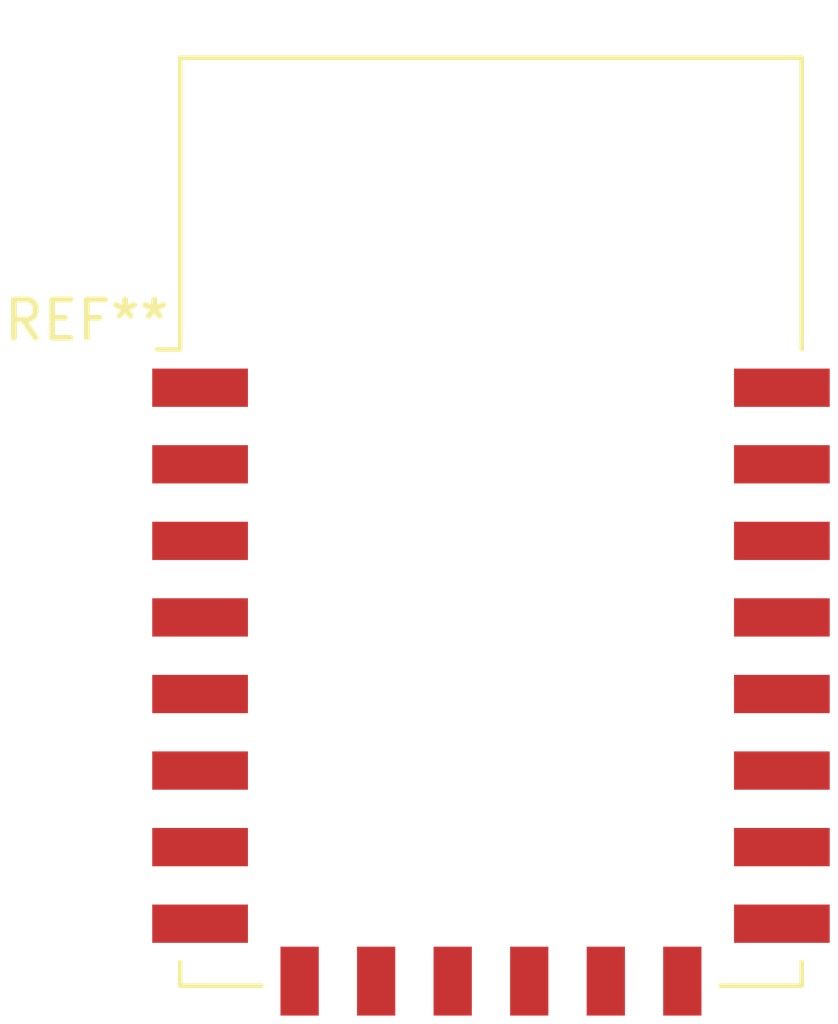
<source format=kicad_pcb>
(kicad_pcb (version 20211014) (generator pcbnew)
  (layers (0 "F.Cu" signal) (31 "B.Cu" signal) (34 "B.Paste" user) (35 "F.Paste" user) (36 "B.SilkS" user "B.Silkscreen") (37 "F.SilkS" user "F.Silkscreen") (38 "B.Mask" user) (39 "F.Mask" user) (44 "Edge.Cuts" user))
  (net 0 "")
  (footprint "RF_Module:ESP-12E" (layer "F.Cu") (at 134.62 63.5)
    (fp_text reference "REF**" (at -10.56 -5.26) (layer "F.SilkS"))
    (fp_text value "ESP-12E")
    (fp_line (start -6 12.12) (end -8.12 12.12) (layer "F.SilkS") (width 0.12))
    (fp_line (start -8.12 -12.12) (end 8.12 -12.12) (layer "F.SilkS") (width 0.12))
    (fp_line (start -8.12 -4.5) (end -8.12 -12.12) (layer "F.SilkS") (width 0.12))
    (fp_line (start 8.12 -12.12) (end 8.12 -4.5) (layer "F.SilkS") (width 0.12))
    (fp_line (start -8.12 12.12) (end -8.12 11.5) (layer "F.SilkS") (width 0.12))
    (fp_line (start 8.12 11.5) (end 8.12 12.12) (layer "F.SilkS") (width 0.12))
    (fp_line (start 8.12 12.12) (end 6 12.12) (layer "F.SilkS") (width 0.12))
    (fp_line (start -8.12 -4.5) (end -8.73 -4.5) (layer "F.SilkS") (width 0.12))
    (pad "1" smd rect (at -7.6 -3.5) (size 2.5 1) (layers "F.Cu" "F.Paste" "F.Mask"))
    (pad "2" smd rect (at -7.6 -1.5) (size 2.5 1) (layers "F.Cu" "F.Paste" "F.Mask"))
    (pad "3" smd rect (at -7.6 0.5) (size 2.5 1) (layers "F.Cu" "F.Paste" "F.Mask"))
    (pad "4" smd rect (at -7.6 2.5) (size 2.5 1) (layers "F.Cu" "F.Paste" "F.Mask"))
    (pad "5" smd rect (at -7.6 4.5) (size 2.5 1) (layers "F.Cu" "F.Paste" "F.Mask"))
    (pad "6" smd rect (at -7.6 6.5) (size 2.5 1) (layers "F.Cu" "F.Paste" "F.Mask"))
    (pad "7" smd rect (at -7.6 8.5) (size 2.5 1) (layers "F.Cu" "F.Paste" "F.Mask"))
    (pad "8" smd rect (at -7.6 10.5) (size 2.5 1) (layers "F.Cu" "F.Paste" "F.Mask"))
    (pad "9" smd rect (at -5 12) (size 1 1.8) (layers "F.Cu" "F.Paste" "F.Mask"))
    (pad "10" smd rect (at -3 12) (size 1 1.8) (layers "F.Cu" "F.Paste" "F.Mask"))
    (pad "11" smd rect (at -1 12) (size 1 1.8) (layers "F.Cu" "F.Paste" "F.Mask"))
    (pad "12" smd rect (at 1 12) (size 1 1.8) (layers "F.Cu" "F.Paste" "F.Mask"))
    (pad "13" smd rect (at 3 12) (size 1 1.8) (layers "F.Cu" "F.Paste" "F.Mask"))
    (pad "14" smd rect (at 5 12) (size 1 1.8) (layers "F.Cu" "F.Paste" "F.Mask"))
    (pad "15" smd rect (at 7.6 10.5) (size 2.5 1) (layers "F.Cu" "F.Paste" "F.Mask"))
    (pad "16" smd rect (at 7.6 8.5) (size 2.5 1) (layers "F.Cu" "F.Paste" "F.Mask"))
    (pad "17" smd rect (at 7.6 6.5) (size 2.5 1) (layers "F.Cu" "F.Paste" "F.Mask"))
    (pad "18" smd rect (at 7.6 4.5) (size 2.5 1) (layers "F.Cu" "F.Paste" "F.Mask"))
    (pad "19" smd rect (at 7.6 2.5) (size 2.5 1) (layers "F.Cu" "F.Paste" "F.Mask"))
    (pad "20" smd rect (at 7.6 0.5) (size 2.5 1) (layers "F.Cu" "F.Paste" "F.Mask"))
    (pad "21" smd rect (at 7.6 -1.5) (size 2.5 1) (layers "F.Cu" "F.Paste" "F.Mask"))
    (pad "22" smd rect (at 7.6 -3.5) (size 2.5 1) (layers "F.Cu" "F.Paste" "F.Mask"))
  )
)
</source>
